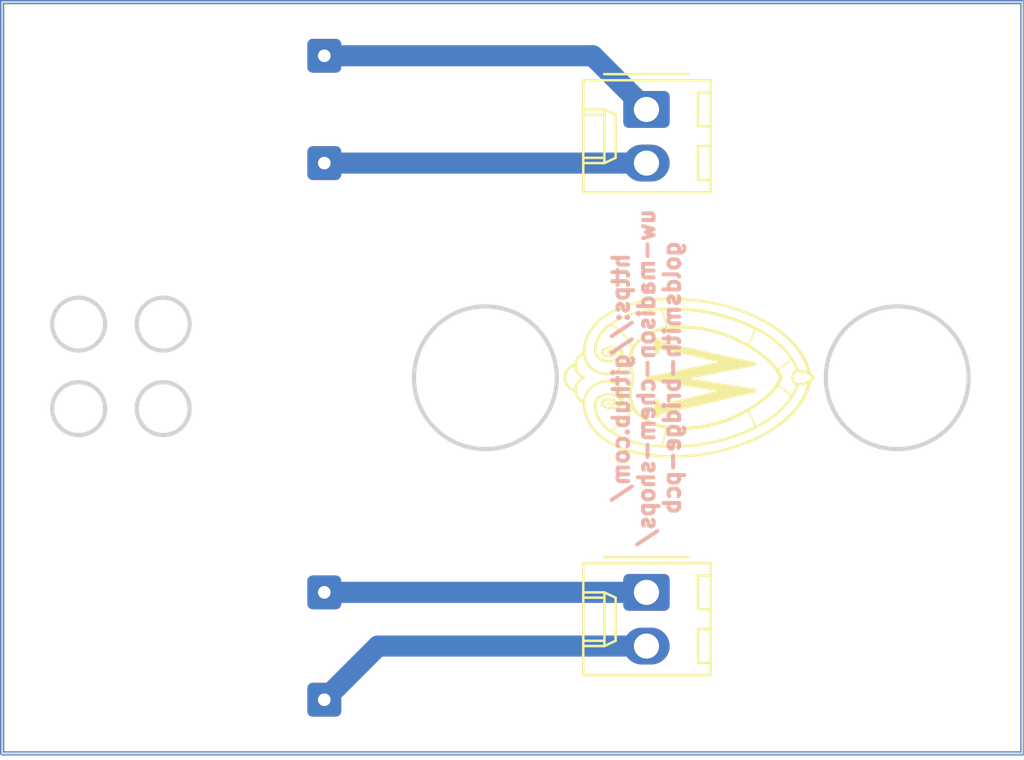
<source format=kicad_pcb>
(kicad_pcb (version 20221018) (generator pcbnew)
  (title_block (title "Bridge PCB") (date "2023-11-16") (rev "D") (company "University of Wisconsin-Madison") (comment 1 "Department of Chemistry") (comment 2 "Daniel Sole-Barber"))
  (layers (0 "F.Cu" signal) (31 "B.Cu" signal) (34 "B.Paste" user) (35 "F.Paste" user) (36 "B.SilkS" user "B.Silkscreen") (37 "F.SilkS" user "F.Silkscreen") (38 "B.Mask" user) (39 "F.Mask" user) (44 "Edge.Cuts" user))
  (net 0 "")
  (net 1 "Net-(J3-Pad1)")
  (net 2 "Net-(J3-Pad2)")
  (net 3 "Net-(J4-Pad1)")
  (net 4 "Net-(J4-Pad2)")
  (footprint "Connector_Wire:SolderWire-0.1sqmm_1x01_D0.4mm_OD1mm" (layer "F.Cu") (at 111.76 50.8)
    (fp_text reference "J6" hide)
    (fp_text value "Conn_01x01")
    (pad "1" thru_hole roundrect (at 0 0) (size 1.6 1.6) (drill 0.6) (layers "*.Cu" "*.Mask") (roundrect_rratio 0.15625) (net 2 "Net-(J3-Pad2)"))
  )
  (footprint "Connector_Wire:SolderWire-0.1sqmm_1x01_D0.4mm_OD1mm" (layer "F.Cu") (at 111.76 76.2)
    (fp_text reference "J2" hide)
    (fp_text value "Conn_01x01")
    (pad "1" thru_hole roundrect (at 0 0) (size 1.6 1.6) (drill 0.6) (layers "*.Cu" "*.Mask") (roundrect_rratio 0.15625) (net 4 "Net-(J4-Pad2)"))
  )
  (footprint "Connector_Wire:SolderWire-0.1sqmm_1x01_D0.4mm_OD1mm" (layer "F.Cu") (at 111.76 71.12)
    (fp_text reference "J1" hide)
    (fp_text value "Conn_01x01")
    (pad "1" thru_hole roundrect (at 0 0) (size 1.6 1.6) (drill 0.6) (layers "*.Cu" "*.Mask") (roundrect_rratio 0.15625) (net 3 "Net-(J4-Pad1)"))
  )
  (footprint "Connector_Molex:Molex_KK-254_AE-6410-02A_1x02_P2.54mm_Vertical" (layer "F.Cu") (at 127 71.12 -90)
    (fp_text reference "J4" hide)
    (fp_text value "Conn_01x02")
    (pad "1" thru_hole roundrect (at 0 0 270) (size 1.74 2.19) (drill 1.19) (layers "*.Cu" "*.Mask") (roundrect_rratio 0.1436781609) (net 3 "Net-(J4-Pad1)"))
    (pad "2" thru_hole oval (at 2.54 0 270) (size 1.74 2.19) (drill 1.19) (layers "*.Cu" "*.Mask") (net 4 "Net-(J4-Pad2)"))
  )
  (footprint "Connector_Molex:Molex_KK-254_AE-6410-02A_1x02_P2.54mm_Vertical" (layer "F.Cu") (at 127 48.26 -90)
    (fp_text reference "J3" hide)
    (fp_text value "Conn_01x02")
    (pad "1" thru_hole roundrect (at 0 0 270) (size 1.74 2.19) (drill 1.19) (layers "*.Cu" "*.Mask") (roundrect_rratio 0.1436781609) (net 1 "Net-(J3-Pad1)"))
    (pad "2" thru_hole oval (at 2.54 0 270) (size 1.74 2.19) (drill 1.19) (layers "*.Cu" "*.Mask") (net 2 "Net-(J3-Pad2)"))
  )
  (footprint "Connector_Wire:SolderWire-0.1sqmm_1x01_D0.4mm_OD1mm" (layer "F.Cu") (at 111.76 45.72)
    (fp_text reference "J5" hide)
    (fp_text value "Conn_01x01")
    (pad "1" thru_hole roundrect (at 0 0) (size 1.6 1.6) (drill 0.6) (layers "*.Cu" "*.Mask") (roundrect_rratio 0.15625) (net 1 "Net-(J3-Pad1)"))
  )
  (footprint "footprints:logo" (layer "F.Cu") (at 129.032 60.96 90)
    (fp_text reference "G***" hide)
    (fp_text value "LOGO" hide)
  )
  (gr_rect (start 96.52 43.18) (end 144.78 78.74) (stroke (width 0.2)) (fill none) (layer "B.Cu"))
  (gr_circle (center 100.14 58.42) (end 101.3925 58.42) (stroke (width 0.2)) (fill none) (layer "Edge.Cuts"))
  (gr_rect (start 96.52 43.18) (end 144.78 78.74) (stroke (width 0.1)) (fill none) (layer "Edge.Cuts"))
  (gr_circle (center 104.14 58.42) (end 105.3925 58.42) (stroke (width 0.2)) (fill none) (layer "Edge.Cuts"))
  (gr_circle (center 138.8618 60.96) (end 142.24 60.96) (stroke (width 0.2)) (fill none) (layer "Edge.Cuts"))
  (gr_circle (center 100.14 62.42) (end 101.3925 62.42) (stroke (width 0.2)) (fill none) (layer "Edge.Cuts"))
  (gr_circle (center 104.14 62.42) (end 105.3925 62.42) (stroke (width 0.2)) (fill none) (layer "Edge.Cuts"))
  (gr_circle (center 119.38 60.96) (end 122.7582 60.96) (stroke (width 0.2)) (fill none) (layer "Edge.Cuts"))
  (gr_text "https://github.com/\nuw-madison-chem-shops/\ngoldsmith-bridge-pcb" (at 127 60.96 90) (layer "B.SilkS") (effects (font (size 0.75 0.75) (thickness 0.1875) bold) (justify mirror)))
  (segment (start 111.76 45.72) (end 124.46 45.72) (width 1) (layer "B.Cu") (net 1))
  (segment (start 124.46 45.72) (end 127 48.26) (width 1) (layer "B.Cu") (net 1))
  (segment (start 111.76 50.8) (end 127 50.8) (width 1) (layer "B.Cu") (net 2))
  (segment (start 111.76 71.12) (end 127 71.12) (width 1) (layer "B.Cu") (net 3))
  (segment (start 111.76 76.2) (end 114.3 73.66) (width 1) (layer "B.Cu") (net 4))
  (segment (start 114.3 73.66) (end 127 73.66) (width 1) (layer "B.Cu") (net 4))
)
</source>
